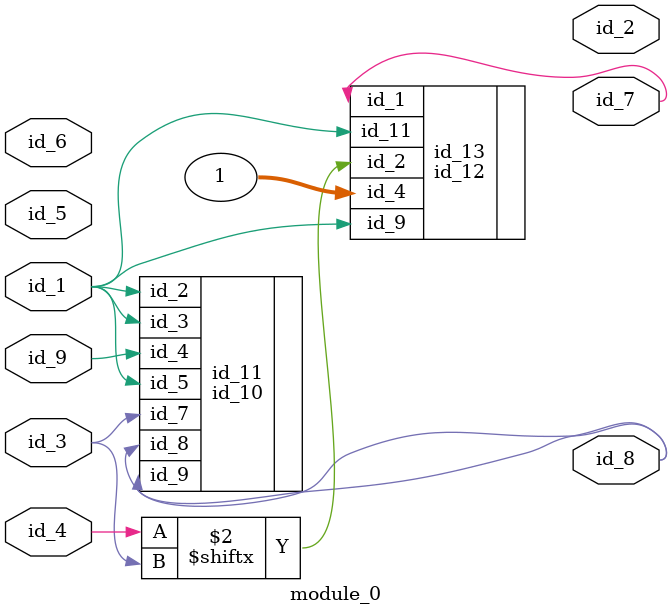
<source format=v>
`undef pp_1
module module_0 (
    id_1,
    id_2,
    id_3,
    id_4,
    id_5,
    id_6,
    id_7,
    id_8,
    id_9
);
  input id_9;
  output id_8;
  output id_7;
  input id_6;
  input id_5;
  input id_4;
  input id_3;
  output id_2;
  input id_1;
  id_10 id_11 (
      .id_9(id_8),
      .id_3(id_1),
      .id_7(id_4),
      .id_4(id_8),
      .id_4(id_9),
      .id_2(1),
      .id_3(id_1),
      .id_8(id_8),
      .id_7(id_3),
      .id_5(id_1),
      .id_8(id_8),
      .id_2(id_1)
  );
  id_12 id_13 (
      .id_2 (id_4[id_3]),
      .id_9 (id_1),
      .id_4 (1),
      .id_1 (id_7),
      .id_11(id_1)
  );
endmodule

</source>
